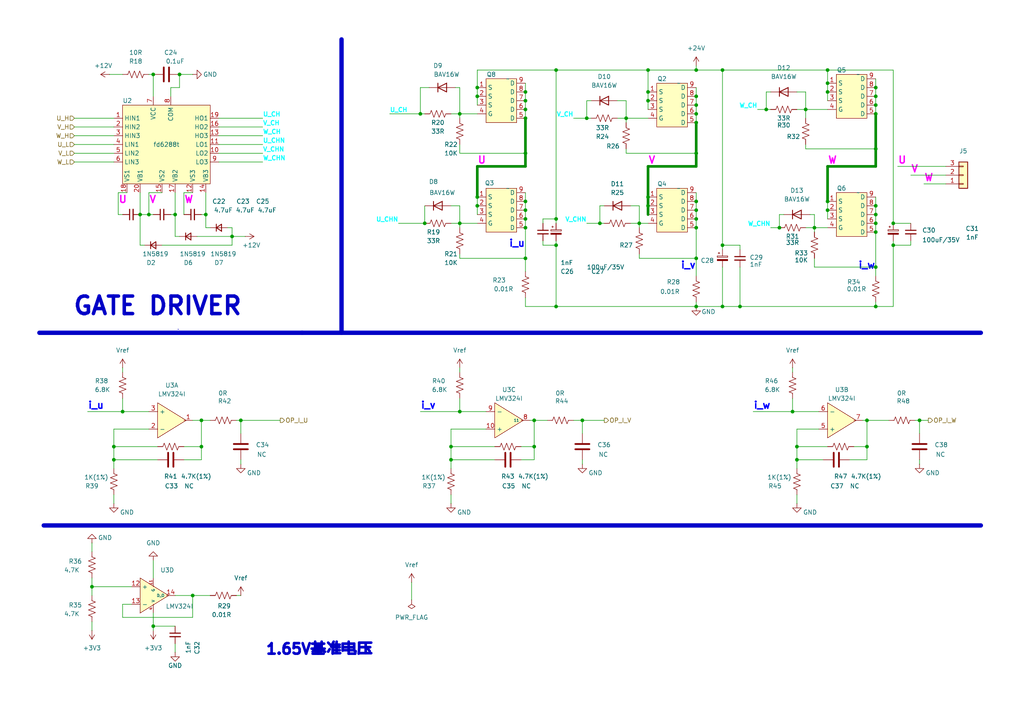
<source format=kicad_sch>
(kicad_sch (version 20231120) (generator "eeschema") (generator_version "8.0")
  (paper "A4")
  (junction (at 161.29 71.12))
  (junction (at 33.02 129.54))
  (junction (at 240.03 24.13))
  (junction (at 152.4 31.75))
  (junction (at 161.29 20.32))
  (junction (at 44.45 21.59))
  (junction (at 35.56 119.38))
  (junction (at 161.29 63.5))
  (junction (at 229.87 119.38))
  (junction (at 201.93 63.5))
  (junction (at 231.14 129.54))
  (junction (at 50.8 62.23))
  (junction (at 173.99 64.77))
  (junction (at 254 62.23))
  (junction (at 123.19 64.77))
  (junction (at 254 30.48))
  (junction (at 201.93 58.42))
  (junction (at 201.93 60.96))
  (junction (at 209.55 88.9))
  (junction (at 259.08 64.77))
  (junction (at 152.4 63.5))
  (junction (at 152.4 26.67))
  (junction (at 266.7 121.92))
  (junction (at 201.93 20.32))
  (junction (at 201.93 74.93))
  (junction (at 214.63 88.9))
  (junction (at 133.35 33.02))
  (junction (at 133.35 119.38))
  (junction (at 130.81 129.54))
  (junction (at 254 88.9))
  (junction (at 58.42 129.54))
  (junction (at 254 25.4))
  (junction (at 187.96 57.15))
  (junction (at 254 59.69))
  (junction (at 185.42 64.77))
  (junction (at 152.4 58.42))
  (junction (at 152.4 29.21))
  (junction (at 233.68 31.75))
  (junction (at 209.55 71.12))
  (junction (at 251.46 129.54))
  (junction (at 133.35 64.77))
  (junction (at 187.96 59.69))
  (junction (at 240.03 26.67))
  (junction (at 69.85 121.92))
  (junction (at 161.29 88.9))
  (junction (at 251.46 121.92))
  (junction (at 181.61 34.29))
  (junction (at 187.96 29.21))
  (junction (at 152.4 44.45))
  (junction (at 170.18 34.29))
  (junction (at 43.18 62.23))
  (junction (at 138.43 57.15))
  (junction (at 201.93 33.02))
  (junction (at 254 33.02))
  (junction (at 226.06 66.04))
  (junction (at 152.4 34.29))
  (junction (at 138.43 25.4))
  (junction (at 240.03 20.32))
  (junction (at 55.88 172.72))
  (junction (at 168.91 121.92))
  (junction (at 187.96 26.67))
  (junction (at 222.25 31.75))
  (junction (at 201.93 35.56))
  (junction (at 254 64.77))
  (junction (at 201.93 66.04))
  (junction (at 201.93 44.45))
  (junction (at 187.96 20.32))
  (junction (at 33.02 133.35))
  (junction (at 40.64 62.23))
  (junction (at 154.94 129.54))
  (junction (at 26.67 170.18))
  (junction (at 59.69 62.23))
  (junction (at 44.45 181.61))
  (junction (at 154.94 121.92))
  (junction (at 138.43 27.94))
  (junction (at 130.81 133.35))
  (junction (at 240.03 60.96))
  (junction (at 152.4 66.04))
  (junction (at 138.43 59.69))
  (junction (at 231.14 133.35))
  (junction (at 259.08 71.12))
  (junction (at 58.42 121.92))
  (junction (at 240.03 58.42))
  (junction (at 254 67.31))
  (junction (at 201.93 27.94))
  (junction (at 121.92 33.02))
  (junction (at 152.4 60.96))
  (junction (at 52.07 21.59))
  (junction (at 201.93 30.48))
  (junction (at 254 27.94))
  (junction (at 201.93 88.9))
  (junction (at 209.55 20.32))
  (junction (at 67.31 68.58))
  (junction (at 254 77.47))
  (junction (at 236.22 66.04))
  (junction (at 152.4 74.93))
  (junction (at 254 43.18))
  (wire (pts (xy 123.19 59.69) (xy 123.19 64.77)))
  (wire (pts (xy 130.81 59.69) (xy 133.35 59.69)))
  (wire (pts (xy 21.59 41.91) (xy 33.02 41.91)))
  (wire (pts (xy 161.29 71.12) (xy 161.29 88.9)))
  (wire (pts (xy 40.64 62.23) (xy 40.64 71.12)))
  (wire (pts (xy 35.56 179.07) (xy 55.88 179.07)))
  (wire (pts (xy 185.42 64.77) (xy 187.96 64.77)))
  (wire (pts (xy 201.93 66.04) (xy 201.93 74.93)))
  (wire (pts (xy 254 57.15) (xy 254 59.69)))
  (wire (pts (xy 161.29 63.5) (xy 161.29 64.77)))
  (wire (pts (xy 21.59 44.45) (xy 33.02 44.45)))
  (wire (pts (xy 154.94 121.92) (xy 154.94 129.54)))
  (wire (pts (xy 236.22 66.04) (xy 240.03 66.04)))
  (wire (pts (xy 218.44 119.38) (xy 229.87 119.38)))
  (wire (pts (xy 44.45 177.8) (xy 44.45 181.61)))
  (wire (pts (xy 152.4 24.13) (xy 152.4 26.67)))
  (wire (pts (xy 264.16 69.85) (xy 264.16 71.12)))
  (wire (pts (xy 31.75 21.59) (xy 35.56 21.59)))
  (wire (pts (xy 179.07 29.21) (xy 181.61 29.21)))
  (wire (pts (xy 161.29 20.32) (xy 161.29 63.5)))
  (wire (pts (xy 50.8 186.69) (xy 50.8 189.23)))
  (wire (pts (xy 69.85 133.35) (xy 69.85 134.62)))
  (wire (pts (xy 58.42 129.54) (xy 58.42 121.92)))
  (wire (pts (xy 240.03 60.96) (xy 240.03 63.5)))
  (polyline (pts (xy 51.816 95.504) (xy 51.562 95.504)) (stroke (width 0) (type dash)))
  (wire (pts (xy 209.55 71.12) (xy 209.55 72.39)))
  (wire (pts (xy 49.53 25.4) (xy 52.07 25.4)))
  (wire (pts (xy 26.67 167.64) (xy 26.67 170.18)))
  (wire (pts (xy 58.42 129.54) (xy 58.42 133.35)))
  (wire (pts (xy 130.81 143.51) (xy 130.81 146.05)))
  (wire (pts (xy 121.92 25.4) (xy 121.92 33.02)))
  (wire (pts (xy 152.4 48.26) (xy 138.43 48.26)) (stroke (width 0.762) (color 0 132 0 1)))
  (wire (pts (xy 236.22 62.23) (xy 236.22 66.04)))
  (wire (pts (xy 229.87 106.68) (xy 229.87 107.95)))
  (wire (pts (xy 254 43.18) (xy 254 48.26)) (stroke (width 0.762) (color 0 132 0 1)))
  (wire (pts (xy 58.42 133.35) (xy 53.34 133.35)))
  (wire (pts (xy 121.92 119.38) (xy 133.35 119.38)))
  (wire (pts (xy 240.03 26.67) (xy 240.03 29.21)))
  (wire (pts (xy 182.88 64.77) (xy 185.42 64.77)))
  (wire (pts (xy 26.67 157.48) (xy 26.67 160.02)))
  (wire (pts (xy 55.88 121.92) (xy 58.42 121.92)))
  (wire (pts (xy 43.18 124.46) (xy 33.02 124.46)))
  (wire (pts (xy 63.5 34.29) (xy 76.2 34.29)))
  (wire (pts (xy 152.4 63.5) (xy 152.4 66.04)))
  (wire (pts (xy 34.29 62.23) (xy 35.56 62.23)))
  (wire (pts (xy 185.42 64.77) (xy 185.42 66.04)))
  (wire (pts (xy 138.43 25.4) (xy 138.43 20.32)))
  (wire (pts (xy 187.96 57.15) (xy 187.96 59.69)) (stroke (width 0.762) (color 0 132 0 1)))
  (wire (pts (xy 21.59 39.37) (xy 33.02 39.37)))
  (wire (pts (xy 40.64 62.23) (xy 43.18 62.23)))
  (wire (pts (xy 181.61 44.45) (xy 201.93 44.45)))
  (wire (pts (xy 43.18 21.59) (xy 44.45 21.59)))
  (wire (pts (xy 231.14 133.35) (xy 238.76 133.35)))
  (wire (pts (xy 33.02 133.35) (xy 45.72 133.35)))
  (wire (pts (xy 226.06 62.23) (xy 226.06 66.04)))
  (wire (pts (xy 264.16 71.12) (xy 259.08 71.12)))
  (wire (pts (xy 67.31 68.58) (xy 71.12 68.58)))
  (wire (pts (xy 52.07 21.59) (xy 55.88 21.59)))
  (wire (pts (xy 33.02 124.46) (xy 33.02 129.54)))
  (wire (pts (xy 59.69 62.23) (xy 59.69 55.88)))
  (wire (pts (xy 214.63 88.9) (xy 254 88.9)))
  (wire (pts (xy 63.5 41.91) (xy 76.2 41.91)))
  (wire (pts (xy 170.18 29.21) (xy 170.18 34.29)))
  (wire (pts (xy 153.67 121.92) (xy 154.94 121.92)))
  (wire (pts (xy 133.35 33.02) (xy 138.43 33.02)))
  (wire (pts (xy 43.18 62.23) (xy 43.18 55.88)))
  (wire (pts (xy 69.85 121.92) (xy 69.85 125.73)))
  (wire (pts (xy 157.48 63.5) (xy 161.29 63.5)))
  (wire (pts (xy 151.13 133.35) (xy 154.94 133.35)))
  (wire (pts (xy 233.68 41.91) (xy 233.68 43.18)))
  (wire (pts (xy 68.58 121.92) (xy 69.85 121.92)))
  (wire (pts (xy 251.46 129.54) (xy 251.46 133.35)))
  (wire (pts (xy 231.14 26.67) (xy 233.68 26.67)))
  (wire (pts (xy 181.61 34.29) (xy 181.61 35.56)))
  (wire (pts (xy 130.81 129.54) (xy 130.81 133.35)))
  (wire (pts (xy 138.43 57.15) (xy 138.43 59.69)))
  (wire (pts (xy 40.64 71.12) (xy 41.91 71.12)))
  (wire (pts (xy 173.99 59.69) (xy 173.99 64.77)))
  (wire (pts (xy 267.97 53.34) (xy 274.32 53.34)))
  (wire (pts (xy 170.18 64.77) (xy 173.99 64.77)))
  (wire (pts (xy 152.4 66.04) (xy 152.4 74.93)))
  (wire (pts (xy 234.95 62.23) (xy 236.22 62.23)))
  (wire (pts (xy 63.5 44.45) (xy 76.2 44.45)))
  (wire (pts (xy 181.61 34.29) (xy 187.96 34.29)))
  (wire (pts (xy 201.93 30.48) (xy 201.93 33.02)))
  (wire (pts (xy 21.59 34.29) (xy 33.02 34.29)))
  (wire (pts (xy 209.55 77.47) (xy 209.55 88.9)))
  (wire (pts (xy 251.46 121.92) (xy 257.81 121.92)))
  (wire (pts (xy 130.81 64.77) (xy 133.35 64.77)))
  (wire (pts (xy 254 48.26) (xy 240.03 48.26)) (stroke (width 0.762) (color 0 132 0 1)))
  (wire (pts (xy 63.5 39.37) (xy 76.2 39.37)))
  (wire (pts (xy 34.29 55.88) (xy 36.83 55.88)))
  (wire (pts (xy 53.34 129.54) (xy 58.42 129.54)))
  (wire (pts (xy 259.08 20.32) (xy 259.08 64.77)))
  (wire (pts (xy 166.37 121.92) (xy 168.91 121.92)))
  (wire (pts (xy 231.14 31.75) (xy 233.68 31.75)))
  (wire (pts (xy 124.46 25.4) (xy 121.92 25.4)))
  (wire (pts (xy 240.03 24.13) (xy 240.03 26.67)))
  (wire (pts (xy 201.93 20.32) (xy 209.55 20.32)))
  (wire (pts (xy 44.45 162.56) (xy 44.45 167.64)))
  (wire (pts (xy 152.4 60.96) (xy 152.4 63.5)))
  (wire (pts (xy 133.35 41.91) (xy 133.35 44.45)))
  (wire (pts (xy 240.03 48.26) (xy 240.03 58.42)) (stroke (width 0.762) (color 0 132 0 1)))
  (wire (pts (xy 227.33 62.23) (xy 226.06 62.23)))
  (wire (pts (xy 53.34 55.88) (xy 55.88 55.88)))
  (wire (pts (xy 43.18 62.23) (xy 44.45 62.23)))
  (wire (pts (xy 201.93 74.93) (xy 201.93 80.01)))
  (wire (pts (xy 133.35 64.77) (xy 133.35 66.04)))
  (wire (pts (xy 152.4 29.21) (xy 152.4 31.75)))
  (wire (pts (xy 201.93 48.26) (xy 187.96 48.26)) (stroke (width 0.762) (color 0 132 0 1)))
  (wire (pts (xy 222.25 31.75) (xy 223.52 31.75)))
  (wire (pts (xy 201.93 60.96) (xy 201.93 63.5)))
  (wire (pts (xy 233.68 31.75) (xy 240.03 31.75)))
  (wire (pts (xy 240.03 20.32) (xy 240.03 24.13)))
  (wire (pts (xy 152.4 44.45) (xy 152.4 48.26)) (stroke (width 0.762) (color 0 132 0 1)))
  (wire (pts (xy 254 22.86) (xy 254 25.4)))
  (wire (pts (xy 254 30.48) (xy 254 33.02)))
  (wire (pts (xy 231.14 129.54) (xy 240.03 129.54)))
  (wire (pts (xy 154.94 129.54) (xy 154.94 133.35)))
  (wire (pts (xy 247.65 129.54) (xy 251.46 129.54)))
  (wire (pts (xy 69.85 121.92) (xy 81.28 121.92)))
  (wire (pts (xy 133.35 44.45) (xy 152.4 44.45)))
  (wire (pts (xy 161.29 88.9) (xy 201.93 88.9)))
  (wire (pts (xy 231.14 124.46) (xy 231.14 129.54)))
  (wire (pts (xy 35.56 175.26) (xy 35.56 179.07)))
  (wire (pts (xy 231.14 124.46) (xy 237.49 124.46)))
  (wire (pts (xy 113.03 33.02) (xy 121.92 33.02)))
  (wire (pts (xy 209.55 20.32) (xy 209.55 71.12)))
  (wire (pts (xy 133.35 119.38) (xy 140.97 119.38)))
  (wire (pts (xy 231.14 143.51) (xy 231.14 146.05)))
  (wire (pts (xy 254 62.23) (xy 254 64.77)))
  (wire (pts (xy 260.35 48.26) (xy 274.32 48.26)))
  (wire (pts (xy 171.45 29.21) (xy 170.18 29.21)))
  (wire (pts (xy 67.31 68.58) (xy 67.31 71.12)))
  (wire (pts (xy 231.14 135.89) (xy 231.14 133.35)))
  (wire (pts (xy 233.68 26.67) (xy 233.68 31.75)))
  (wire (pts (xy 201.93 63.5) (xy 201.93 66.04)))
  (wire (pts (xy 187.96 59.69) (xy 187.96 62.23)) (stroke (width 0.762) (color 0 132 0 1)))
  (wire (pts (xy 55.88 172.72) (xy 60.96 172.72)))
  (wire (pts (xy 173.99 64.77) (xy 175.26 64.77)))
  (wire (pts (xy 233.68 31.75) (xy 233.68 34.29)))
  (wire (pts (xy 133.35 33.02) (xy 133.35 34.29)))
  (wire (pts (xy 254 64.77) (xy 254 67.31)))
  (wire (pts (xy 52.07 25.4) (xy 52.07 21.59)))
  (wire (pts (xy 157.48 64.77) (xy 157.48 63.5)))
  (wire (pts (xy 152.4 86.36) (xy 152.4 88.9)))
  (wire (pts (xy 168.91 133.35) (xy 168.91 134.62)))
  (wire (pts (xy 254 88.9) (xy 259.08 88.9)))
  (wire (pts (xy 173.99 59.69) (xy 175.26 59.69)))
  (wire (pts (xy 63.5 46.99) (xy 76.2 46.99)))
  (wire (pts (xy 53.34 62.23) (xy 53.34 55.88)))
  (wire (pts (xy 33.02 143.51) (xy 33.02 146.05)))
  (wire (pts (xy 170.18 34.29) (xy 171.45 34.29)))
  (wire (pts (xy 21.59 36.83) (xy 33.02 36.83)))
  (wire (pts (xy 254 33.02) (xy 254 43.18)) (stroke (width 0.762) (color 0 132 0 1)))
  (wire (pts (xy 187.96 29.21) (xy 187.96 31.75)))
  (wire (pts (xy 130.81 33.02) (xy 133.35 33.02)))
  (wire (pts (xy 21.59 46.99) (xy 33.02 46.99)))
  (wire (pts (xy 152.4 31.75) (xy 152.4 34.29)))
  (wire (pts (xy 68.58 172.72) (xy 69.85 172.72)))
  (wire (pts (xy 152.4 88.9) (xy 161.29 88.9)))
  (wire (pts (xy 254 87.63) (xy 254 88.9)))
  (wire (pts (xy 133.35 73.66) (xy 133.35 74.93)))
  (wire (pts (xy 50.8 68.58) (xy 52.07 68.58)))
  (wire (pts (xy 133.35 74.93) (xy 152.4 74.93)))
  (wire (pts (xy 133.35 64.77) (xy 138.43 64.77)))
  (wire (pts (xy 46.99 71.12) (xy 67.31 71.12)))
  (wire (pts (xy 123.19 64.77) (xy 115.57 64.77)))
  (wire (pts (xy 130.81 129.54) (xy 143.51 129.54)))
  (wire (pts (xy 254 77.47) (xy 254 80.01)))
  (wire (pts (xy 201.93 44.45) (xy 201.93 48.26)) (stroke (width 0.762) (color 0 132 0 1)))
  (wire (pts (xy 187.96 20.32) (xy 187.96 26.67)))
  (wire (pts (xy 222.25 26.67) (xy 222.25 31.75)))
  (wire (pts (xy 240.03 20.32) (xy 259.08 20.32)))
  (wire (pts (xy 231.14 129.54) (xy 231.14 133.35)))
  (wire (pts (xy 35.56 119.38) (xy 43.18 119.38)))
  (wire (pts (xy 168.91 121.92) (xy 175.26 121.92)))
  (polyline (pts (xy 87.63 96.52) (xy 284.48 96.52)) (stroke (width 1.27)))
  (wire (pts (xy 254 27.94) (xy 254 30.48)))
  (wire (pts (xy 223.52 66.04) (xy 226.06 66.04)))
  (wire (pts (xy 187.96 20.32) (xy 201.93 20.32)))
  (wire (pts (xy 26.67 180.34) (xy 26.67 182.88)))
  (wire (pts (xy 152.4 74.93) (xy 152.4 78.74)))
  (wire (pts (xy 209.55 71.12) (xy 214.63 71.12)))
  (wire (pts (xy 151.13 129.54) (xy 154.94 129.54)))
  (wire (pts (xy 34.29 55.88) (xy 34.29 62.23)))
  (wire (pts (xy 209.55 88.9) (xy 214.63 88.9)))
  (wire (pts (xy 214.63 72.39) (xy 214.63 71.12)))
  (wire (pts (xy 50.8 172.72) (xy 55.88 172.72)))
  (wire (pts (xy 138.43 30.48) (xy 138.43 27.94)))
  (wire (pts (xy 264.16 50.8) (xy 274.32 50.8)))
  (wire (pts (xy 259.08 69.85) (xy 259.08 71.12)))
  (wire (pts (xy 138.43 59.69) (xy 138.43 62.23)))
  (wire (pts (xy 40.64 55.88) (xy 40.64 62.23)))
  (wire (pts (xy 133.35 25.4) (xy 133.35 33.02)))
  (wire (pts (xy 246.38 133.35) (xy 251.46 133.35)))
  (wire (pts (xy 121.92 33.02) (xy 123.19 33.02)))
  (wire (pts (xy 157.48 69.85) (xy 157.48 71.12)))
  (wire (pts (xy 35.56 115.57) (xy 35.56 119.38)))
  (wire (pts (xy 58.42 121.92) (xy 60.96 121.92)))
  (wire (pts (xy 161.29 69.85) (xy 161.29 71.12)))
  (wire (pts (xy 63.5 36.83) (xy 76.2 36.83)))
  (wire (pts (xy 161.29 20.32) (xy 187.96 20.32)))
  (wire (pts (xy 250.19 121.92) (xy 251.46 121.92)))
  (wire (pts (xy 201.93 19.05) (xy 201.93 20.32)))
  (wire (pts (xy 44.45 181.61) (xy 50.8 181.61)))
  (wire (pts (xy 254 25.4) (xy 254 27.94)))
  (wire (pts (xy 44.45 21.59) (xy 44.45 27.94)))
  (wire (pts (xy 236.22 66.04) (xy 236.22 67.31)))
  (wire (pts (xy 58.42 62.23) (xy 59.69 62.23)))
  (wire (pts (xy 259.08 71.12) (xy 259.08 88.9)))
  (polyline (pts (xy 12.7 152.4) (xy 284.48 152.4)) (stroke (width 1.27)))
  (wire (pts (xy 187.96 26.67) (xy 187.96 29.21)))
  (wire (pts (xy 229.87 115.57) (xy 229.87 119.38)))
  (wire (pts (xy 133.35 59.69) (xy 133.35 64.77)))
  (wire (pts (xy 138.43 20.32) (xy 161.29 20.32)))
  (wire (pts (xy 236.22 74.93) (xy 236.22 77.47)))
  (wire (pts (xy 251.46 121.92) (xy 251.46 129.54)))
  (wire (pts (xy 57.15 68.58) (xy 67.31 68.58)))
  (wire (pts (xy 26.67 170.18) (xy 26.67 172.72)))
  (wire (pts (xy 38.1 175.26) (xy 35.56 175.26)))
  (wire (pts (xy 133.35 106.68) (xy 133.35 107.95)))
  (wire (pts (xy 254 67.31) (xy 254 77.47)))
  (wire (pts (xy 233.68 43.18) (xy 254 43.18)))
  (wire (pts (xy 187.96 48.26) (xy 187.96 57.15)) (stroke (width 0.762) (color 0 132 0 1)))
  (wire (pts (xy 35.56 106.68) (xy 35.56 107.95)))
  (wire (pts (xy 59.69 62.23) (xy 59.69 66.04)))
  (wire (pts (xy 152.4 34.29) (xy 152.4 44.45)) (stroke (width 0.762) (color 0 132 0 1)))
  (wire (pts (xy 185.42 74.93) (xy 201.93 74.93)))
  (wire (pts (xy 168.91 121.92) (xy 168.91 125.73)))
  (wire (pts (xy 179.07 34.29) (xy 181.61 34.29)))
  (wire (pts (xy 222.25 26.67) (xy 223.52 26.67)))
  (wire (pts (xy 157.48 71.12) (xy 161.29 71.12)))
  (wire (pts (xy 201.93 87.63) (xy 201.93 88.9)))
  (wire (pts (xy 254 59.69) (xy 254 62.23)))
  (wire (pts (xy 201.93 35.56) (xy 201.93 44.45)) (stroke (width 0.762) (color 0 132 0 1)))
  (wire (pts (xy 181.61 43.18) (xy 181.61 44.45)))
  (wire (pts (xy 233.68 66.04) (xy 236.22 66.04)))
  (wire (pts (xy 49.53 62.23) (xy 50.8 62.23)))
  (wire (pts (xy 166.37 34.29) (xy 170.18 34.29)))
  (wire (pts (xy 185.42 73.66) (xy 185.42 74.93)))
  (wire (pts (xy 44.45 181.61) (xy 44.45 182.88)))
  (wire (pts (xy 33.02 135.89) (xy 33.02 133.35)))
  (wire (pts (xy 266.7 133.35) (xy 266.7 134.62)))
  (wire (pts (xy 55.88 172.72) (xy 55.88 179.07)))
  (wire (pts (xy 59.69 66.04) (xy 60.96 66.04)))
  (wire (pts (xy 130.81 133.35) (xy 143.51 133.35)))
  (wire (pts (xy 43.18 55.88) (xy 46.99 55.88)))
  (polyline (pts (xy 99.06 11.43) (xy 99.06 96.52)) (stroke (width 1.27)))
  (wire (pts (xy 201.93 58.42) (xy 201.93 60.96)))
  (wire (pts (xy 33.02 129.54) (xy 45.72 129.54)))
  (wire (pts (xy 25.4 119.38) (xy 35.56 119.38)))
  (wire (pts (xy 50.8 62.23) (xy 50.8 68.58)))
  (wire (pts (xy 130.81 124.46) (xy 130.81 129.54)))
  (wire (pts (xy 219.71 31.75) (xy 222.25 31.75)))
  (wire (pts (xy 236.22 77.47) (xy 254 77.47)))
  (wire (pts (xy 201.93 25.4) (xy 201.93 27.94)))
  (wire (pts (xy 266.7 121.92) (xy 269.24 121.92)))
  (wire (pts (xy 33.02 129.54) (xy 33.02 133.35)))
  (wire (pts (xy 201.93 55.88) (xy 201.93 58.42)))
  (wire (pts (xy 49.53 27.94) (xy 49.53 25.4)))
  (wire (pts (xy 67.31 66.04) (xy 67.31 68.58)))
  (wire (pts (xy 26.67 170.18) (xy 38.1 170.18)))
  (wire (pts (xy 229.87 119.38) (xy 237.49 119.38)))
  (wire (pts (xy 259.08 64.77) (xy 264.16 64.77)))
  (wire (pts (xy 152.4 55.88) (xy 152.4 58.42)))
  (wire (pts (xy 154.94 121.92) (xy 158.75 121.92)))
  (wire (pts (xy 266.7 121.92) (xy 266.7 125.73)))
  (wire (pts (xy 201.93 33.02) (xy 201.93 35.56)))
  (wire (pts (xy 130.81 124.46) (xy 140.97 124.46)))
  (wire (pts (xy 265.43 121.92) (xy 266.7 121.92)))
  (wire (pts (xy 214.63 77.47) (xy 214.63 88.9)))
  (wire (pts (xy 138.43 27.94) (xy 138.43 25.4)))
  (wire (pts (xy 66.04 66.04) (xy 67.31 66.04)))
  (wire (pts (xy 130.81 135.89) (xy 130.81 133.35)))
  (wire (pts (xy 119.38 168.91) (xy 119.38 173.99)))
  (wire (pts (xy 201.93 88.9) (xy 209.55 88.9)))
  (wire (pts (xy 201.93 27.94) (xy 201.93 30.48)))
  (wire (pts (xy 50.8 55.88) (xy 50.8 62.23)))
  (polyline (pts (xy 11.43 96.52) (xy 87.63 96.52)) (stroke (width 1.27)))
  (wire (pts (xy 132.08 25.4) (xy 133.35 25.4)))
  (wire (pts (xy 209.55 20.32) (xy 240.03 20.32)))
  (wire (pts (xy 152.4 26.67) (xy 152.4 29.21)))
  (wire (pts (xy 152.4 58.42) (xy 152.4 60.96)))
  (wire (pts (xy 240.03 58.42) (xy 240.03 60.96)))
  (wire (pts (xy 138.43 48.26) (xy 138.43 57.15)) (stroke (width 0.762) (color 0 132 0 1)))
  (wire (pts (xy 185.42 59.69) (xy 182.88 59.69)))
  (wire (pts (xy 181.61 29.21) (xy 181.61 34.29)))
  (wire (pts (xy 133.35 115.57) (xy 133.35 119.38)))
  (wire (pts (xy 185.42 64.77) (xy 185.42 59.69)))
  (text "GATE DRIVER" (at 45.72 88.9 0) (effects (font (size 5.08 5.08) (bold yes))))
  (text "1.65V基准电压" (at 92.71 188.468 0) (effects (font (size 3.048 3.048) (thickness 1.016) (bold yes))))
  (label "U_CH" (at 76.2 34.29 0) (effects (font (thickness 0.254) (bold yes))))
  (label "W" (at 53.34 59.69 0) (effects (font (size 2.032 2.032) (thickness 0.4064) (bold yes))))
  (label "W" (at 267.97 53.34 0) (effects (font (size 2.032 2.032) (thickness 0.4064) (bold yes))))
  (label "U" (at 138.43 48.26 0) (effects (font (size 2.032 2.032) (thickness 0.4064) (bold yes))))
  (label "U_CHN" (at 76.2 41.91 0) (effects (font (thickness 0.254) (bold yes))))
  (label "i_v" (at 121.92 119.38 0) (effects (font (size 2.032 2.032) (thickness 0.4064) (bold yes))))
  (label "V_CH" (at 76.2 36.83 0) (effects (font (thickness 0.254) (bold yes))))
  (label "W" (at 240.03 48.26 0) (effects (font (size 2.032 2.032) (thickness 0.4064) (bold yes))))
  (label "W_CH" (at 219.71 31.75 180) (effects (font (thickness 0.254) (bold yes))))
  (label "i_u" (at 25.4 119.38 0) (effects (font (size 2.032 2.032) (thickness 0.4064) (bold yes))))
  (label "i_v" (at 201.93 78.74 180) (effects (font (size 2.032 2.032) (thickness 0.4064) (bold yes))))
  (label "U_CH" (at 113.03 33.02 0) (effects (font (thickness 0.254) (bold yes))))
  (label "U" (at 260.35 48.26 0) (effects (font (size 2.032 2.032) (thickness 0.4064) (bold yes))))
  (label "V" (at 43.18 59.69 0) (effects (font (size 2.032 2.032) (thickness 0.4064) (bold yes))))
  (label "U" (at 34.29 59.69 0) (effects (font (size 2.032 2.032) (thickness 0.4064) (bold yes))))
  (label "V_CHN" (at 76.2 44.45 0) (effects (font (thickness 0.254) (bold yes))))
  (label "U_CHN" (at 115.57 64.77 180) (effects (font (thickness 0.254) (bold yes))))
  (label "V_CH" (at 166.37 34.29 180) (effects (font (thickness 0.254) (bold yes))))
  (label "V" (at 187.96 48.26 0) (effects (font (size 2.032 2.032) (thickness 0.4064) (bold yes))))
  (label "i_u" (at 152.4 72.39 180) (effects (font (size 2.032 2.032) (thickness 0.4064) (bold yes))))
  (label "V_CHN" (at 170.18 64.77 180) (effects (font (thickness 0.254) (bold yes))))
  (label "i_w" (at 218.44 119.38 0) (effects (font (size 2.032 2.032) (thickness 0.4064) (bold yes))))
  (label "V" (at 264.16 50.8 0) (effects (font (size 2.032 2.032) (thickness 0.4064) (bold yes))))
  (label "W_CHN" (at 76.2 46.99 0) (effects (font (thickness 0.254) (bold yes))))
  (label "W_CH" (at 76.2 39.37 0) (effects (font (thickness 0.254) (bold yes))))
  (label "i_w" (at 254 78.74 180) (effects (font (size 2.032 2.032) (thickness 0.4064) (bold yes))))
  (label "W_CHN" (at 223.52 66.04 180) (effects (font (thickness 0.254) (bold yes))))
  (hierarchical_label "OP_I_V" (shape output) (at 175.26 121.92 0))
  (hierarchical_label "W_L" (shape input) (at 21.59 46.99 180))
  (hierarchical_label "OP_I_U" (shape output) (at 81.28 121.92 0))
  (hierarchical_label "U_L" (shape input) (at 21.59 41.91 180))
  (hierarchical_label "W_H" (shape input) (at 21.59 39.37 180))
  (hierarchical_label "V_L" (shape input) (at 21.59 44.45 180))
  (hierarchical_label "OP_I_W" (shape output) (at 269.24 121.92 0))
  (hierarchical_label "V_H" (shape input) (at 21.59 36.83 180))
  (hierarchical_label "U_H" (shape input) (at 21.59 34.29 180))
  (symbol (lib_id "User_Power:HYG025N06") (at 140.97 22.86 0) (unit 1)
    (property "Reference" "Q8" (at 142.494 21.59 0))
    (property "Value" "~" (at 147.32 22.86 0))
    (property "Footprint" "Package_DFN_QFN:DFN-8-1EP_6x5mm_P1.27mm_EP4x4mm" (effects (hide yes)))
  )
  (symbol (lib_id "power:GND") (at 130.81 146.05 0) (unit 1)
    (property "Reference" "#PWR052" (effects (hide yes)))
    (property "Value" "GND" (at 134.62 148.59 0))
  )
  (symbol (lib_id "Device:C_Small") (at 157.48 67.31 0) (mirror y) (unit 1)
    (property "Reference" "C26" (at 162.56 78.74 0) (effects (justify right)))
    (property "Value" "1nF" (at 162.56 76.2 0) (effects (justify right)))
    (property "Footprint" "Capacitor_SMD:C_0603_1608Metric" (effects (hide yes)))
  )
  (symbol (lib_id "Device:R_US") (at 35.56 111.76 0) (unit 1)
    (property "Reference" "R38" (at 29.464 110.49 0))
    (property "Value" "6.8K" (at 29.718 113.03 0))
    (property "Footprint" "Resistor_SMD:R_0603_1608Metric" (effects (hide yes)))
  )
  (symbol (lib_id "Device:C") (at 168.91 129.54 180) (unit 1)
    (property "Reference" "C36" (at 177.165 129.032 0) (effects (justify left)))
    (property "Value" "NC" (at 176.403 131.826 0) (effects (justify left)))
    (property "Footprint" "Capacitor_SMD:C_0603_1608Metric" (effects (hide yes)))
  )
  (symbol (lib_id "Device:C_Small") (at 50.8 184.15 0) (mirror y) (unit 1)
    (property "Reference" "C32" (at 57.15 185.928 90) (effects (justify right)))
    (property "Value" "1nF" (at 54.61 185.928 90) (effects (justify right)))
    (property "Footprint" "Capacitor_SMD:C_0603_1608Metric" (effects (hide yes)))
  )
  (symbol (lib_id "power:GND") (at 201.93 88.9 0) (unit 1)
    (property "Reference" "#PWR044" (effects (hide yes)))
    (property "Value" "GND" (at 205.486 90.424 0))
  )
  (symbol (lib_id "Device:C") (at 242.57 133.35 90) (unit 1)
    (property "Reference" "C37" (at 244.729 140.97 90) (effects (justify left)))
    (property "Value" "NC" (at 249.301 140.97 90) (effects (justify left)))
    (property "Footprint" "Capacitor_SMD:C_0603_1608Metric" (effects (hide yes)))
  )
  (symbol (lib_id "Device:R_US") (at 147.32 129.54 90) (unit 1)
    (property "Reference" "R43" (at 147.32 138.176 90))
    (property "Value" "4.7K(1%)" (at 154.686 138.176 90))
    (property "Footprint" "Resistor_SMD:R_0603_1608Metric" (effects (hide yes)))
  )
  (symbol (lib_id "Device:R_US") (at 26.67 163.83 180) (unit 1)
    (property "Reference" "R36" (at 21.844 162.814 0))
    (property "Value" "4.7K" (at 20.828 165.354 0))
    (property "Footprint" "Resistor_SMD:R_0603_1608Metric" (effects (hide yes)))
  )
  (symbol (lib_id "Device:R_US") (at 33.02 139.7 180) (unit 1)
    (property "Reference" "R39" (at 26.67 140.97 0))
    (property "Value" "1K(1%)" (at 27.94 138.43 0))
    (property "Footprint" "Resistor_SMD:R_0603_1608Metric" (effects (hide yes)))
  )
  (symbol (lib_id "Device:R_US") (at 26.67 176.53 180) (unit 1)
    (property "Reference" "R35" (at 21.844 175.514 0))
    (property "Value" "4.7K" (at 20.828 178.054 0))
    (property "Footprint" "Resistor_SMD:R_0603_1608Metric" (effects (hide yes)))
  )
  (symbol (lib_id "Device:R_US") (at 127 33.02 270) (unit 1)
    (property "Reference" "R20" (at 127 35.56 90))
    (property "Value" "33R" (at 127 38.1 90))
    (property "Footprint" "Resistor_SMD:R_0603_1608Metric" (effects (hide yes)))
  )
  (symbol (lib_id "power:GND") (at 26.67 157.48 180) (unit 1)
    (property "Reference" "#PWR045" (effects (hide yes)))
    (property "Value" "GND" (at 30.48 155.956 0))
    (property "Description" "Power symbol creates a global label with name \"GND\" , ground" (effects (hide yes)))
  )
  (symbol (lib_id "Device:R_US") (at 229.87 66.04 270) (unit 1)
    (property "Reference" "R31" (at 229.87 68.58 90))
    (property "Value" "33R" (at 229.87 70.358 90))
    (property "Footprint" "Resistor_SMD:R_0603_1608Metric" (effects (hide yes)))
  )
  (symbol (lib_id "User_Sensor:LMV324IDT") (at 240.03 116.84 0) (unit 2)
    (property "Reference" "U3" (at 244.1575 113.03 0))
    (property "Value" "LMV324I" (at 244.1575 115.57 0))
    (property "Footprint" "Package_SO:SSOP-14_5.3x6.2mm_P0.65mm" (effects (hide yes)))
  )
  (symbol (lib_id "User_Power:HYG025N06") (at 242.57 55.88 0) (unit 1)
    (property "Reference" "Q6" (at 244.094 54.61 0))
    (property "Value" "~" (at 248.92 55.88 0))
    (property "Footprint" "Package_DFN_QFN:DFN-8-1EP_6x5mm_P1.27mm_EP4x4mm" (effects (hide yes)))
  )
  (symbol (lib_id "Device:C_Small") (at 55.88 62.23 90) (unit 1)
    (property "Reference" "C25" (at 76.2 58.42 90))
    (property "Value" "4.7uF" (at 77.47 60.96 90))
    (property "Footprint" "Capacitor_SMD:C_0805_2012Metric" (effects (hide yes)))
  )
  (symbol (lib_id "Device:C") (at 49.53 133.35 90) (unit 1)
    (property "Reference" "C33" (at 51.689 140.97 90) (effects (justify left)))
    (property "Value" "NC" (at 56.261 140.97 90) (effects (justify left)))
    (property "Footprint" "Capacitor_SMD:C_0603_1608Metric" (effects (hide yes)))
  )
  (symbol (lib_id "power:GND") (at 50.8 189.23 0) (unit 1)
    (property "Reference" "#PWR047" (effects (hide yes)))
    (property "Value" "GND" (at 52.832 193.04 0) (effects (justify right)))
    (property "Description" "Power symbol creates a global label with name \"GND\" , ground" (effects (hide yes)))
  )
  (symbol (lib_id "Device:R_US") (at 261.62 121.92 90) (unit 1)
    (property "Reference" "R48" (at 262.001 116.332 90))
    (property "Value" "0R" (at 261.493 114.046 90))
    (property "Footprint" "Resistor_SMD:R_0603_1608Metric" (effects (hide yes)))
  )
  (symbol (lib_id "Device:R_US") (at 233.68 38.1 0) (unit 1)
    (property "Reference" "R32" (at 230.124 39.624 0))
    (property "Value" "4.7K" (effects (hide yes)))
    (property "Footprint" "Resistor_SMD:R_0603_1608Metric" (effects (hide yes)))
  )
  (symbol (lib_id "Device:C") (at 69.85 129.54 180) (unit 1)
    (property "Reference" "C34" (at 78.105 129.032 0) (effects (justify left)))
    (property "Value" "NC" (at 77.343 131.826 0) (effects (justify left)))
    (property "Footprint" "Capacitor_SMD:C_0603_1608Metric" (effects (hide yes)))
  )
  (symbol (lib_id "power:GND") (at 33.02 146.05 0) (unit 1)
    (property "Reference" "#PWR051" (effects (hide yes)))
    (property "Value" "GND" (at 36.83 148.59 0))
  )
  (symbol (lib_id "Device:R_US") (at 227.33 31.75 270) (unit 1)
    (property "Reference" "R30" (at 227.33 36.322 90))
    (property "Value" "33R" (at 227.33 34.29 90))
    (property "Footprint" "Resistor_SMD:R_0603_1608Metric" (effects (hide yes)))
  )
  (symbol (lib_id "power:VAA") (at 133.35 106.68 0) (unit 1)
    (property "Reference" "#PWR054" (effects (hide yes)))
    (property "Value" "Vref" (at 133.35 101.6 0))
    (property "Description" "Power symbol creates a global label with name \"VAA\"" (effects (hide yes)))
  )
  (symbol (lib_id "Device:C_Small") (at 38.1 62.23 90) (unit 1)
    (property "Reference" "C22" (at 63.5 58.42 90))
    (property "Value" "4.7uF" (at 64.77 60.96 90))
    (property "Footprint" "Capacitor_SMD:C_0805_2012Metric" (effects (hide yes)))
  )
  (symbol (lib_id "Device:R_US") (at 39.37 21.59 90) (unit 1)
    (property "Reference" "R18" (at 39.37 17.78 90))
    (property "Value" "10R" (at 39.37 15.24 90))
    (property "Footprint" "Resistor_SMD:R_0603_1608Metric" (effects (hide yes)))
  )
  (symbol (lib_id "Device:R_US") (at 162.56 121.92 90) (unit 1)
    (property "Reference" "R44" (at 162.941 116.332 90))
    (property "Value" "0R" (at 162.433 114.046 90))
    (property "Footprint" "Resistor_SMD:R_0603_1608Metric" (effects (hide yes)))
  )
  (symbol (lib_id "Device:C") (at 266.7 129.54 180) (unit 1)
    (property "Reference" "C38" (at 274.955 129.032 0) (effects (justify left)))
    (property "Value" "NC" (at 274.193 131.826 0) (effects (justify left)))
    (property "Footprint" "Capacitor_SMD:C_0603_1608Metric" (effects (hide yes)))
  )
  (symbol (lib_name "BAV16W_1") (lib_id "Diode:BAV16W") (at 227.33 26.67 0) (unit 1)
    (property "Reference" "D12" (at 227.33 19.685 0))
    (property "Value" "BAV16W" (at 227.33 22.225 0))
    (property "Footprint" "Diode_SMD:D_SOD-123" (effects (hide yes)))
    (property "Datasheet" "https://www.diodes.com/assets/Datasheets/ds30086.pdf" (effects (hide yes)))
    (property "Description" "75V 0.15A Fast Switching Diode, SOD-123" (effects (hide yes)))
    (property "Sim.Device" "D" (effects (hide yes)))
    (property "Sim.Pins" "1=K 2=A" (effects (hide yes)))
  )
  (symbol (lib_name "LMV324IDT_3") (lib_id "User_Sensor:LMV324IDT") (at 143.51 116.84 0) (unit 3)
    (property "Reference" "U3" (at 147.6375 113.03 0))
    (property "Value" "LMV324I" (at 147.6375 115.57 0))
    (property "Footprint" "Package_SO:SSOP-14_5.3x6.2mm_P0.65mm" (effects (hide yes)))
  )
  (symbol (lib_name "LMV324IDT_1") (lib_id "User_Sensor:LMV324IDT") (at 45.72 127 0) (mirror x) (unit 1)
    (property "Reference" "U3" (at 49.8475 111.76 0))
    (property "Value" "LMV324I" (at 49.8475 114.3 0))
    (property "Footprint" "Package_SO:SSOP-14_5.3x6.2mm_P0.65mm" (effects (hide yes)))
  )
  (symbol (lib_id "User_Power:HYG025N06") (at 190.5 54.61 0) (unit 1)
    (property "Reference" "Q4" (at 192.024 53.34 0))
    (property "Value" "~" (at 196.85 54.61 0))
    (property "Footprint" "Package_DFN_QFN:DFN-8-1EP_6x5mm_P1.27mm_EP4x4mm" (effects (hide yes)))
  )
  (symbol (lib_id "Device:R_US") (at 133.35 69.85 0) (unit 1)
    (property "Reference" "R21" (at 130.81 73.66 0))
    (property "Value" "10K" (at 130.81 76.2 0))
    (property "Footprint" "Resistor_SMD:R_0603_1608Metric" (effects (hide yes)))
  )
  (symbol (lib_id "power:+12V") (at 31.75 21.59 90) (unit 1)
    (property "Reference" "#PWR040" (effects (hide yes)))
    (property "Value" "+12V" (at 27.305 19.05 90) (effects (justify right)))
    (property "Description" "Power symbol creates a global label with name \"+12V\"" (effects (hide yes)))
  )
  (symbol (lib_id "Device:R_US") (at 181.61 39.37 0) (unit 1)
    (property "Reference" "R26" (at 177.8 42.418 0))
    (property "Value" "10k" (effects (hide yes)))
    (property "Footprint" "Resistor_SMD:R_0603_1608Metric" (effects (hide yes)))
  )
  (symbol (lib_id "Device:C_Small") (at 264.16 67.31 0) (mirror y) (unit 1)
    (property "Reference" "C31" (at 280.035 66.294 0) (effects (justify right)))
    (property "Value" "1nF" (at 280.162 68.834 0) (effects (justify right)))
    (property "Footprint" "Capacitor_SMD:C_0603_1608Metric" (effects (hide yes)))
  )
  (symbol (lib_id "power:+3.3V") (at 44.45 182.88 0) (mirror x) (unit 1)
    (property "Reference" "#PWR060" (effects (hide yes)))
    (property "Value" "+3V3" (at 44.45 187.96 0))
    (property "Description" "Power symbol creates a global label with name \"+3.3V\"" (effects (hide yes)))
  )
  (symbol (lib_id "power:GND") (at 69.85 134.62 0) (unit 1)
    (property "Reference" "#PWR053" (effects (hide yes)))
    (property "Value" "GND" (at 73.66 137.16 0))
  )
  (symbol (lib_id "Device:R_US") (at 175.26 34.29 270) (unit 1)
    (property "Reference" "R24" (at 174.752 39.624 90))
    (property "Value" "33R" (at 174.752 37.084 90))
    (property "Footprint" "Resistor_SMD:R_0603_1608Metric" (effects (hide yes)))
  )
  (symbol (lib_id "Device:R_US") (at 64.77 172.72 270) (unit 1)
    (property "Reference" "R29" (at 65.024 175.768 90))
    (property "Value" "0.01R" (at 64.262 178.308 90))
    (property "Footprint" "Resistor_SMD:R_2512_6332Metric" (effects (hide yes)))
  )
  (symbol (lib_id "Device:C") (at 48.26 21.59 270) (unit 1)
    (property "Reference" "C24" (at 49.53 15.24 90))
    (property "Value" "0.1uF" (at 50.8 17.78 90))
    (property "Footprint" "Capacitor_SMD:C_0603_1608Metric" (effects (hide yes)))
  )
  (symbol (lib_id "power:GND") (at 266.7 134.62 0) (unit 1)
    (property "Reference" "#PWR058" (effects (hide yes)))
    (property "Value" "GND" (at 270.51 137.16 0))
  )
  (symbol (lib_id "power:+24V") (at 201.93 19.05 0) (unit 1)
    (property "Reference" "#PWR043" (effects (hide yes)))
    (property "Value" "+24V" (at 201.93 13.97 0))
    (property "Description" "Power symbol creates a global label with name \"+24V\"" (effects (hide yes)))
  )
  (symbol (lib_id "power:+12V") (at 71.12 68.58 270) (unit 1)
    (property "Reference" "#PWR041" (effects (hide yes)))
    (property "Value" "+12V" (at 75.565 71.12 90) (effects (justify right)))
    (property "Description" "Power symbol creates a global label with name \"+12V\"" (effects (hide yes)))
  )
  (symbol (lib_id "Device:R_US") (at 179.07 64.77 270) (unit 1)
    (property "Reference" "R25" (at 179.07 55.88 90))
    (property "Value" "33R" (effects (hide yes)))
    (property "Footprint" "Resistor_SMD:R_0603_1608Metric" (effects (hide yes)))
  )
  (symbol (lib_id "Device:R_US") (at 201.93 83.82 0) (unit 1)
    (property "Reference" "R28" (at 195.326 81.788 0))
    (property "Value" "0.01R" (at 194.31 84.582 0))
    (property "Footprint" "Resistor_SMD:R_2512_6332Metric" (effects (hide yes)))
  )
  (symbol (lib_id "Device:C_Polarized_Small") (at 209.55 74.93 0) (unit 1)
    (property "Reference" "C28" (at 203.2 75.565 0) (effects (justify left)))
    (property "Value" "100uF/35V" (effects (hide yes)))
    (property "Footprint" "Capacitor_THT:CP_Radial_D6.3mm_P2.50mm" (effects (hide yes)))
  )
  (symbol (lib_id "power:VAA") (at 35.56 106.68 0) (unit 1)
    (property "Reference" "#PWR048" (effects (hide yes)))
    (property "Value" "Vref" (at 35.56 101.6 0))
    (property "Description" "Power symbol creates a global label with name \"VAA\"" (effects (hide yes)))
  )
  (symbol (lib_name "BAV16W_5") (lib_id "Diode:BAV16W") (at 179.07 59.69 0) (unit 1)
    (property "Reference" "D11" (at 179.07 53.34 0))
    (property "Value" "BAV16W" (effects (hide yes)))
    (property "Footprint" "Diode_SMD:D_SOD-123" (effects (hide yes)))
    (property "Datasheet" "https://www.diodes.com/assets/Datasheets/ds30086.pdf" (effects (hide yes)))
    (property "Description" "75V 0.15A Fast Switching Diode, SOD-123" (effects (hide yes)))
    (property "Sim.Device" "D" (effects (hide yes)))
    (property "Sim.Pins" "1=K 2=A" (effects (hide yes)))
  )
  (symbol (lib_name "BAV16W_4") (lib_id "Diode:BAV16W") (at 127 59.69 0) (unit 1)
    (property "Reference" "D8" (at 125.73 52.705 0))
    (property "Value" "BAV16W" (at 128.27 55.88 0))
    (property "Footprint" "Diode_SMD:D_SOD-123" (effects (hide yes)))
    (property "Datasheet" "https://www.diodes.com/assets/Datasheets/ds30086.pdf" (effects (hide yes)))
    (property "Description" "75V 0.15A Fast Switching Diode, SOD-123" (effects (hide yes)))
    (property "Sim.Device" "D" (effects (hide yes)))
    (property "Sim.Pins" "1=K 2=A" (effects (hide yes)))
  )
  (symbol (lib_id "Device:R_US") (at 229.87 111.76 0) (unit 1)
    (property "Reference" "R46" (at 223.774 110.49 0))
    (property "Value" "6.8K" (at 224.028 113.03 0))
    (property "Footprint" "Resistor_SMD:R_0603_1608Metric" (effects (hide yes)))
  )
  (symbol (lib_name "BAV16W_2") (lib_id "Diode:BAV16W") (at 175.26 29.21 0) (unit 1)
    (property "Reference" "D10" (at 175.26 22.225 0))
    (property "Value" "BAV16W" (at 175.26 24.765 0))
    (property "Footprint" "Diode_SMD:D_SOD-123" (effects (hide yes)))
    (property "Datasheet" "https://www.diodes.com/assets/Datasheets/ds30086.pdf" (effects (hide yes)))
    (property "Description" "75V 0.15A Fast Switching Diode, SOD-123" (effects (hide yes)))
    (property "Sim.Device" "D" (effects (hide yes)))
    (property "Sim.Pins" "1=K 2=A" (effects (hide yes)))
  )
  (symbol (lib_id "Device:C") (at 147.32 133.35 90) (unit 1)
    (property "Reference" "C35" (at 149.479 140.97 90) (effects (justify left)))
    (property "Value" "NC" (at 154.051 140.97 90) (effects (justify left)))
    (property "Footprint" "Capacitor_SMD:C_0603_1608Metric" (effects (hide yes)))
  )
  (symbol (lib_id "Device:R_US") (at 127 64.77 270) (unit 1)
    (property "Reference" "R19" (at 125.73 67.31 90))
    (property "Value" "33R" (at 125.73 69.85 90))
    (property "Footprint" "Resistor_SMD:R_0603_1608Metric" (effects (hide yes)))
  )
  (symbol (lib_id "Device:R_US") (at 236.22 71.12 0) (unit 1)
    (property "Reference" "R33" (at 232.41 73.406 0))
    (property "Value" "10K" (at 232.41 75.438 0))
    (property "Footprint" "Resistor_SMD:R_0603_1608Metric" (effects (hide yes)))
  )
  (symbol (lib_name "LMV324IDT_2") (lib_id "User_Sensor:LMV324IDT") (at 40.64 177.8 0) (mirror x) (unit 4)
    (property "Reference" "U3" (at 48.514 165.354 0))
    (property "Value" "LMV324I" (at 52.07 175.8635 0))
    (property "Footprint" "Package_SO:SSOP-14_5.3x6.2mm_P0.65mm" (effects (hide yes)))
  )
  (symbol (lib_id "power:+3.3V") (at 26.67 182.88 0) (mirror x) (unit 1)
    (property "Reference" "#PWR049" (effects (hide yes)))
    (property "Value" "+3V3" (at 26.67 187.96 0))
    (property "Description" "Power symbol creates a global label with name \"+3.3V\"" (effects (hide yes)))
  )
  (symbol (lib_id "Device:C_Small") (at 214.63 74.93 0) (mirror y) (unit 1)
    (property "Reference" "C29" (at 217.424 74.676 0) (effects (justify right)))
    (property "Value" "1nF" (at 217.424 76.708 0) (effects (justify right)))
    (property "Footprint" "Capacitor_SMD:C_0603_1608Metric" (effects (hide yes)))
  )
  (symbol (lib_id "User_Power:HYG025N06") (at 190.5 24.13 0) (unit 1)
    (property "Reference" "Q2" (at 192.024 22.86 0))
    (property "Value" "~" (at 196.85 24.13 0))
    (property "Footprint" "Package_DFN_QFN:DFN-8-1EP_6x5mm_P1.27mm_EP4x4mm" (effects (hide yes)))
  )
  (symbol (lib_id "power:VAA") (at 119.38 168.91 0) (unit 1)
    (property "Reference" "#PWR059" (effects (hide yes)))
    (property "Value" "Vref" (at 119.38 163.83 0))
    (property "Description" "Power symbol creates a global label with name \"VAA\"" (effects (hide yes)))
  )
  (symbol (lib_name "D_Small_1") (lib_id "Device:D_Small") (at 63.5 66.04 0) (unit 1)
    (property "Reference" "D7" (at 63.5 76.2 0))
    (property "Value" "1N5819" (at 64.77 73.66 0))
    (property "Footprint" "Diode_SMD:D_SOD-123" (effects (hide yes)))
    (property "Description" "Diode, small symbol" (effects (hide yes)))
    (property "Sim.Device" "D" (effects (hide yes)))
    (property "Sim.Pins" "1=K 2=A" (effects (hide yes)))
  )
  (symbol (lib_id "Device:R_US") (at 130.81 139.7 180) (unit 1)
    (property "Reference" "R37" (at 124.46 140.97 0))
    (property "Value" "1K(1%)" (at 125.73 138.43 0))
    (property "Footprint" "Resistor_SMD:R_0603_1608Metric" (effects (hide yes)))
  )
  (symbol (lib_id "power:GND") (at 55.88 21.59 90) (unit 1)
    (property "Reference" "#PWR042" (effects (hide yes)))
    (property "Value" "GND" (at 60.96 21.59 90))
    (property "Description" "Power symbol creates a global label with name \"GND\" , ground" (effects (hide yes)))
  )
  (symbol (lib_id "power:GND") (at 44.45 162.56 180) (unit 1)
    (property "Reference" "#PWR046" (effects (hide yes)))
    (property "Value" "GND" (at 44.45 157.48 0))
    (property "Description" "Power symbol creates a global label with name \"GND\" , ground" (effects (hide yes)))
  )
  (symbol (lib_name "D_Small_2") (lib_id "Device:D_Small") (at 54.61 68.58 0) (unit 1)
    (property "Reference" "D6" (at 54.61 76.2 0))
    (property "Value" "1N5819" (at 55.88 73.66 0))
    (property "Footprint" "Diode_SMD:D_SOD-123" (effects (hide yes)))
    (property "Description" "Diode, small symbol" (effects (hide yes)))
    (property "Sim.Device" "D" (effects (hide yes)))
    (property "Sim.Pins" "1=K 2=A" (effects (hide yes)))
  )
  (symbol (lib_id "Device:R_US") (at 152.4 82.55 0) (unit 1)
    (property "Reference" "R23" (at 144.78 81.28 0))
    (property "Value" "0.01R" (at 146.05 83.82 0))
    (property "Footprint" "Resistor_SMD:R_2512_6332Metric" (effects (hide yes)))
  )
  (symbol (lib_id "Device:R_US") (at 133.35 38.1 0) (unit 1)
    (property "Reference" "R22" (at 130.81 41.91 0))
    (property "Value" "10K" (at 130.81 44.45 0))
    (property "Footprint" "Resistor_SMD:R_0603_1608Metric" (effects (hide yes)))
  )
  (symbol (lib_id "Device:R_US") (at 254 83.82 0) (unit 1)
    (property "Reference" "R34" (at 247.65 81.788 0))
    (property "Value" "0.01R" (at 248.412 83.82 0))
    (property "Footprint" "Resistor_SMD:R_2512_6332Metric" (effects (hide yes)))
  )
  (symbol (lib_id "User_Power:HYG025N06") (at 242.57 21.59 0) (unit 1)
    (property "Reference" "Q5" (at 244.094 20.32 0))
    (property "Value" "~" (at 248.92 21.59 0))
    (property "Footprint" "Package_DFN_QFN:DFN-8-1EP_6x5mm_P1.27mm_EP4x4mm" (effects (hide yes)))
  )
  (symbol (lib_id "User_Driver:FD6288T") (at 35.56 30.48 0) (unit 1)
    (property "Reference" "U2" (at 35.56 29.21 0) (effects (justify left)))
    (property "Value" "fd6288t" (at 44.45 41.91 0) (effects (justify left)))
    (property "Footprint" "Package_SO:TSSOP-20_4.4x5mm_P0.4mm" (effects (hide yes)))
  )
  (symbol (lib_id "Device:C_Polarized_Small") (at 259.08 67.31 0) (unit 1)
    (property "Reference" "C30" (at 267.462 66.802 0) (effects (justify left)))
    (property "Value" "100uF/35V" (at 267.462 69.596 0) (effects (justify left)))
    (property "Footprint" "Capacitor_THT:CP_Radial_D6.3mm_P2.50mm" (effects (hide yes)))
  )
  (symbol (lib_id "Diode:BAV16W") (at 231.14 62.23 0) (unit 1)
    (property "Reference" "D13" (at 231.14 55.245 0))
    (property "Value" "BAV16W" (at 231.14 57.785 0))
    (property "Footprint" "Diode_SMD:D_SOD-123" (effects (hide yes)))
    (property "Datasheet" "https://www.diodes.com/assets/Datasheets/ds30086.pdf" (effects (hide yes)))
    (property "Description" "75V 0.15A Fast Switching Diode, SOD-123" (effects (hide yes)))
    (property "Sim.Device" "D" (effects (hide yes)))
    (property "Sim.Pins" "1=K 2=A" (effects (hide yes)))
  )
  (symbol (lib_id "power:VAA") (at 229.87 106.68 0) (unit 1)
    (property "Reference" "#PWR057" (effects (hide yes)))
    (property "Value" "Vref" (at 229.87 101.6 0))
    (property "Description" "Power symbol creates a global label with name \"VAA\"" (effects (hide yes)))
  )
  (symbol (lib_id "Device:R_US") (at 231.14 139.7 180) (unit 1)
    (property "Reference" "R45" (at 224.79 140.97 0))
    (property "Value" "1K(1%)" (at 226.06 138.43 0))
    (property "Footprint" "Resistor_SMD:R_0603_1608Metric" (effects (hide yes)))
  )
  (symbol (lib_id "Device:R_US") (at 243.84 129.54 90) (unit 1)
    (property "Reference" "R47" (at 243.84 138.176 90))
    (property "Value" "4.7K(1%)" (at 251.206 138.176 90))
    (property "Footprint" "Resistor_SMD:R_0603_1608Metric" (effects (hide yes)))
  )
  (symbol (lib_id "Device:R_US") (at 133.35 111.76 0) (unit 1)
    (property "Reference" "R40" (at 127.254 110.49 0))
    (property "Value" "6.8K" (at 127.508 113.03 0))
    (property "Footprint" "Resistor_SMD:R_0603_1608Metric" (effects (hide yes)))
  )
  (symbol (lib_id "Connector_Generic:Conn_01x03") (at 279.4 50.8 0) (mirror x) (unit 1)
    (property "Reference" "J5" (at 279.4 43.815 0))
    (property "Value" "Conn_01x03" (effects (hide yes)))
    (property "Footprint" "TerminalBlock:TerminalBlock_bornier-3_P5.08mm" (effects (hide yes)))
  )
  (symbol (lib_id "power:GND") (at 231.14 146.05 0) (unit 1)
    (property "Reference" "#PWR056" (effects (hide yes)))
    (property "Value" "GND" (at 234.95 148.59 0))
  )
  (symbol (lib_id "Device:R_US") (at 49.53 129.54 90) (unit 1)
    (property "Reference" "R41" (at 49.53 138.176 90))
    (property "Value" "4.7K(1%)" (at 56.896 138.176 90))
    (property "Footprint" "Resistor_SMD:R_0603_1608Metric" (effects (hide yes)))
  )
  (symbol (lib_id "power:PWR_FLAG") (at 119.38 173.99 180) (unit 1)
    (property "Reference" "#FLG04" (effects (hide yes)))
    (property "Value" "PWR_FLAG" (at 119.38 179.07 0))
    (property "Description" "Special symbol for telling ERC where power comes from" (effects (hide yes)))
  )
  (symbol (lib_id "power:VAA") (at 69.85 172.72 0) (unit 1)
    (property "Reference" "#PWR050" (effects (hide yes)))
    (property "Value" "Vref" (at 69.85 167.64 0))
    (property "Description" "Power symbol creates a global label with name \"VAA\"" (effects (hide yes)))
  )
  (symbol (lib_id "User_Power:HYG025N06") (at 140.97 54.61 0) (unit 1)
    (property "Reference" "Q3" (at 141.986 53.086 0))
    (property "Value" "~" (at 147.32 54.61 0))
    (property "Footprint" "Package_DFN_QFN:DFN-8-1EP_6x5mm_P1.27mm_EP4x4mm" (effects (hide yes)))
  )
  (symbol (lib_id "Device:C_Small") (at 46.99 62.23 90) (unit 1)
    (property "Reference" "C23" (at 70.485 58.42 90))
    (property "Value" "4.7uF" (at 71.12 60.96 90))
    (property "Footprint" "Capacitor_SMD:C_0805_2012Metric" (effects (hide yes)))
  )
  (symbol (lib_id "Device:C_Polarized_Small") (at 161.29 67.31 0) (unit 1)
    (property "Reference" "C27" (at 171.45 78.74 0) (effects (justify left)))
    (property "Value" "100uF/35V" (at 170.18 77.47 0) (effects (justify left)))
    (property "Footprint" "Capacitor_THT:CP_Radial_D6.3mm_P2.50mm" (effects (hide yes)))
  )
  (symbol (lib_id "Device:D_Small") (at 44.45 71.12 0) (unit 1)
    (property "Reference" "D2" (at 43.815 76.2 0))
    (property "Value" "1N5819" (at 45.085 73.66 0))
    (property "Footprint" "Diode_SMD:D_SOD-123" (effects (hide yes)))
    (property "Description" "Diode, small symbol" (effects (hide yes)))
    (property "Sim.Device" "D" (effects (hide yes)))
    (property "Sim.Pins" "1=K 2=A" (effects (hide yes)))
  )
  (symbol (lib_id "power:GND") (at 168.91 134.62 0) (unit 1)
    (property "Reference" "#PWR055" (effects (hide yes)))
    (property "Value" "GND" (at 172.72 137.16 0))
  )
  (symbol (lib_id "Device:R_US") (at 64.77 121.92 90) (unit 1)
    (property "Reference" "R42" (at 65.151 116.332 90))
    (property "Value" "0R" (at 64.643 114.046 90))
    (property "Footprint" "Resistor_SMD:R_0603_1608Metric" (effects (hide yes)))
  )
  (symbol (lib_name "BAV16W_3") (lib_id "Diode:BAV16W") (at 128.27 25.4 0) (unit 1)
    (property "Reference" "D9" (at 127 19.05 0))
    (property "Value" "BAV16W" (at 129.54 21.59 0))
    (property "Footprint" "Diode_SMD:D_SOD-123" (effects (hide yes)))
    (property "Datasheet" "https://www.diodes.com/assets/Datasheets/ds30086.pdf" (effects (hide yes)))
    (property "Description" "75V 0.15A Fast Switching Diode, SOD-123" (effects (hide yes)))
    (property "Sim.Device" "D" (effects (hide yes)))
    (property "Sim.Pins" "1=K 2=A" (effects (hide yes)))
  )
  (symbol (lib_id "Device:R_US") (at 185.42 69.85 0) (unit 1)
    (property "Reference" "R27" (at 181.61 71.12 0))
    (property "Value" "10K" (effects (hide yes)))
    (property "Footprint" "Resistor_SMD:R_0603_1608Metric" (effects (hide yes)))
  )
)
</source>
